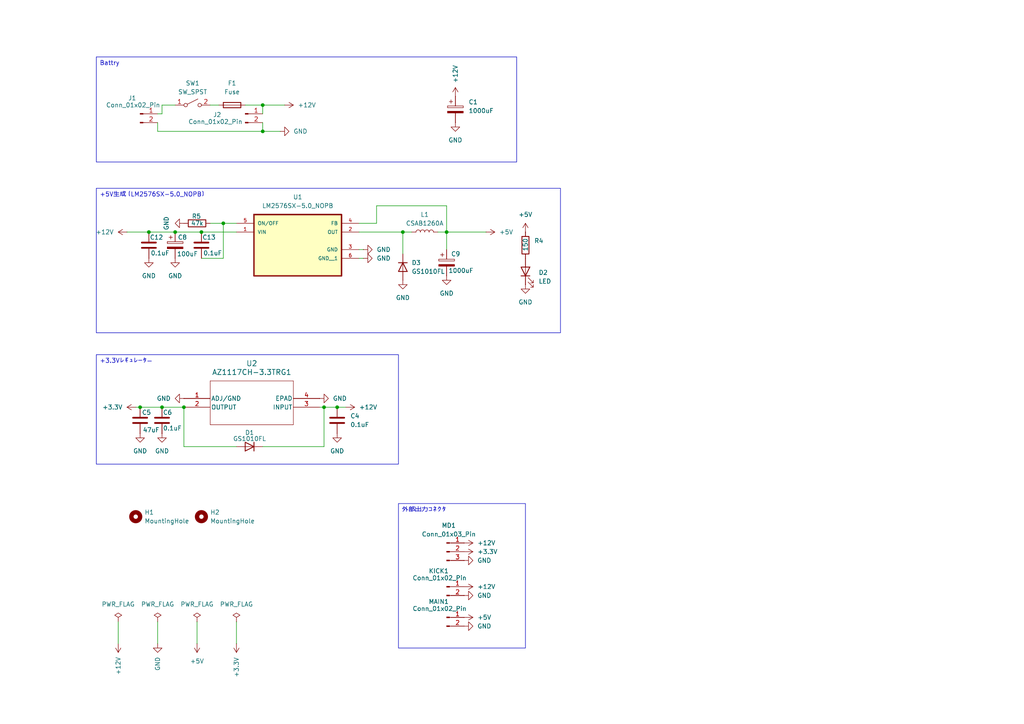
<source format=kicad_sch>
(kicad_sch (version 20250114) (generator "eeschema") (generator_version "9.0")
  (paper "A4")
  (lib_symbols
    (symbol "Connector:Conn_01x02_Pin" (pin_names (offset 1.016) (hide yes))
      (property "Reference" "J" (at 0 2.54 0))
      (property "Value" "Conn_01x02_Pin" (at 0 -5.08 0))
      (symbol "Conn_01x02_Pin_1_1"
        (rectangle (start 0.8636 0.127) (end 0 -0.127) (stroke (width 0.1524)) (fill (type outline)))
        (rectangle (start 0.8636 -2.413) (end 0 -2.667) (stroke (width 0.1524)) (fill (type outline)))
        (polyline (pts (xy 1.27 0) (xy 0.8636 0)) (stroke (width 0.1524)))
        (polyline (pts (xy 1.27 -2.54) (xy 0.8636 -2.54)) (stroke (width 0.1524)))
        (pin passive line (at 5.08 0 180) (length 3.81) (name "Pin_1") (number "1"))
        (pin passive line (at 5.08 -2.54 180) (length 3.81) (name "Pin_2") (number "2"))
      )
    )
    (symbol "Connector:Conn_01x03_Pin" (pin_names (offset 1.016) (hide yes))
      (property "Reference" "J" (at 0 5.08 0))
      (property "Value" "Conn_01x03_Pin" (at 0 -5.08 0))
      (symbol "Conn_01x03_Pin_1_1"
        (rectangle (start 0.8636 2.667) (end 0 2.413) (stroke (width 0.1524)) (fill (type outline)))
        (rectangle (start 0.8636 0.127) (end 0 -0.127) (stroke (width 0.1524)) (fill (type outline)))
        (rectangle (start 0.8636 -2.413) (end 0 -2.667) (stroke (width 0.1524)) (fill (type outline)))
        (polyline (pts (xy 1.27 2.54) (xy 0.8636 2.54)) (stroke (width 0.1524)))
        (polyline (pts (xy 1.27 0) (xy 0.8636 0)) (stroke (width 0.1524)))
        (polyline (pts (xy 1.27 -2.54) (xy 0.8636 -2.54)) (stroke (width 0.1524)))
        (pin passive line (at 5.08 2.54 180) (length 3.81) (name "Pin_1") (number "1"))
        (pin passive line (at 5.08 0 180) (length 3.81) (name "Pin_2") (number "2"))
        (pin passive line (at 5.08 -2.54 180) (length 3.81) (name "Pin_3") (number "3"))
      )
    )
    (symbol "Device:C" (pin_numbers (hide yes)) (pin_names (offset 0.254))
      (property "Reference" "C" (at 0.635 2.54 0))
      (property "Value" "C" (at 0.635 -2.54 0))
      (symbol "C_0_1"
        (polyline (pts (xy -2.032 0.762) (xy 2.032 0.762)) (stroke (width 0.508)))
        (polyline (pts (xy -2.032 -0.762) (xy 2.032 -0.762)) (stroke (width 0.508)))
      )
      (symbol "C_1_1"
        (pin passive line (at 0 3.81 270) (length 2.794) (name "~") (number "1"))
        (pin passive line (at 0 -3.81 90) (length 2.794) (name "~") (number "2"))
      )
    )
    (symbol "Device:C_Polarized" (pin_numbers (hide yes)) (pin_names (offset 0.254))
      (property "Reference" "C" (at 0.635 2.54 0))
      (property "Value" "C_Polarized" (at 0.635 -2.54 0))
      (symbol "C_Polarized_0_1"
        (rectangle (start -2.286 0.508) (end 2.286 1.016))
        (polyline (pts (xy -1.778 2.286) (xy -0.762 2.286)))
        (polyline (pts (xy -1.27 2.794) (xy -1.27 1.778)))
        (rectangle (start 2.286 -0.508) (end -2.286 -1.016) (fill (type outline)))
      )
      (symbol "C_Polarized_1_1"
        (pin passive line (at 0 3.81 270) (length 2.794) (name "~") (number "1"))
        (pin passive line (at 0 -3.81 90) (length 2.794) (name "~") (number "2"))
      )
    )
    (symbol "Device:D" (pin_numbers (hide yes)) (pin_names (offset 1.016) (hide yes))
      (property "Reference" "D" (at 0 2.54 0))
      (property "Value" "D" (at 0 -2.54 0))
      (symbol "D_0_1"
        (polyline (pts (xy -1.27 1.27) (xy -1.27 -1.27)) (stroke (width 0.254)))
        (polyline (pts (xy 1.27 1.27) (xy 1.27 -1.27) (xy -1.27 0) (xy 1.27 1.27)) (stroke (width 0.254)))
        (polyline (pts (xy 1.27 0) (xy -1.27 0)))
      )
      (symbol "D_1_1"
        (pin passive line (at -3.81 0 0) (length 2.54) (name "K") (number "1"))
        (pin passive line (at 3.81 0 180) (length 2.54) (name "A") (number "2"))
      )
    )
    (symbol "Device:Fuse" (pin_numbers (hide yes)) (pin_names (offset 0))
      (property "Reference" "F" (at 2.032 0 90))
      (property "Value" "Fuse" (at -1.905 0 90))
      (symbol "Fuse_0_1"
        (rectangle (start -0.762 -2.54) (end 0.762 2.54) (stroke (width 0.254)))
        (polyline (pts (xy 0 2.54) (xy 0 -2.54)))
      )
      (symbol "Fuse_1_1"
        (pin passive line (at 0 3.81 270) (length 1.27) (name "~") (number "1"))
        (pin passive line (at 0 -3.81 90) (length 1.27) (name "~") (number "2"))
      )
    )
    (symbol "Device:L" (pin_numbers (hide yes)) (pin_names (offset 1.016) (hide yes))
      (property "Reference" "L" (at -1.27 0 90))
      (property "Value" "L" (at 1.905 0 90))
      (symbol "L_0_1"
        (arc (start 0 2.54) (mid 0.6323 1.905) (end 0 1.27))
        (arc (start 0 1.27) (mid 0.6323 0.635) (end 0 0))
        (arc (start 0 0) (mid 0.6323 -0.635) (end 0 -1.27))
        (arc (start 0 -1.27) (mid 0.6323 -1.905) (end 0 -2.54))
      )
      (symbol "L_1_1"
        (pin passive line (at 0 3.81 270) (length 1.27) (name "1") (number "1"))
        (pin passive line (at 0 -3.81 90) (length 1.27) (name "2") (number "2"))
      )
    )
    (symbol "Device:LED" (pin_numbers (hide yes)) (pin_names (offset 1.016) (hide yes))
      (property "Reference" "D" (at 0 2.54 0))
      (property "Value" "LED" (at 0 -2.54 0))
      (symbol "LED_0_1"
        (polyline (pts (xy -3.048 -0.762) (xy -4.572 -2.286) (xy -3.81 -2.286) (xy -4.572 -2.286) (xy -4.572 -1.524)))
        (polyline (pts (xy -1.778 -0.762) (xy -3.302 -2.286) (xy -2.54 -2.286) (xy -3.302 -2.286) (xy -3.302 -1.524)))
        (polyline (pts (xy -1.27 0) (xy 1.27 0)))
        (polyline (pts (xy -1.27 -1.27) (xy -1.27 1.27)) (stroke (width 0.254)))
        (polyline (pts (xy 1.27 -1.27) (xy 1.27 1.27) (xy -1.27 0) (xy 1.27 -1.27)) (stroke (width 0.254)))
      )
      (symbol "LED_1_1"
        (pin passive line (at -3.81 0 0) (length 2.54) (name "K") (number "1"))
        (pin passive line (at 3.81 0 180) (length 2.54) (name "A") (number "2"))
      )
    )
    (symbol "Device:R" (pin_numbers (hide yes)) (pin_names (offset 0))
      (property "Reference" "R" (at 2.032 0 90))
      (property "Value" "R" (at 0 0 90))
      (symbol "R_0_1"
        (rectangle (start -1.016 -2.54) (end 1.016 2.54) (stroke (width 0.254)))
      )
      (symbol "R_1_1"
        (pin passive line (at 0 3.81 270) (length 1.27) (name "~") (number "1"))
        (pin passive line (at 0 -3.81 90) (length 1.27) (name "~") (number "2"))
      )
    )
    (symbol "Mechanical:MountingHole" (pin_names (offset 1.016)) (exclude_from_sim yes) (in_bom no)
      (property "Reference" "H" (at 0 5.08 0))
      (property "Value" "MountingHole" (at 0 3.175 0))
      (symbol "MountingHole_0_1"
        (circle (center 0 0) (radius 1.27) (stroke (width 1.27)))
      )
    )
    (symbol "Regulator:AZ1117CH-3.3TRG1" (pin_names (offset 0.254))
      (property "Reference" "U" (at 19.812 9.398 0))
      (property "Value" "AZ1117CH-3.3TRG1" (at 19.812 6.858 0))
      (symbol "AZ1117CH-3.3TRG1_0_1"
        (polyline (pts (xy 7.62 5.08) (xy 7.62 -7.62)) (stroke (width 0.127)))
        (polyline (pts (xy 7.62 -7.62) (xy 31.75 -7.62)) (stroke (width 0.127)))
        (polyline (pts (xy 31.75 5.08) (xy 7.62 5.08)) (stroke (width 0.127)))
        (polyline (pts (xy 31.75 -7.62) (xy 31.75 5.08)) (stroke (width 0.127)))
        (pin bidirectional line (at 0 0 0) (length 7.62) (name "ADJ/GND") (number "1"))
        (pin output line (at 0 -2.54 0) (length 7.62) (name "OUTPUT") (number "2"))
        (pin unspecified line (at 39.37 0 180) (length 7.62) (name "EPAD") (number "4"))
        (pin input line (at 39.37 -2.54 180) (length 7.62) (name "INPUT") (number "3"))
      )
    )
    (symbol "Regulator:LM2576SX-5.0_NOPB" (pin_names (offset 1.016))
      (property "Reference" "U" (at -12.7 8.62 0))
      (property "Value" "LM2576SX-5.0_NOPB" (at -12.7 -14.16 0))
      (symbol "LM2576SX-5.0_NOPB_0_0"
        (rectangle (start -12.7 -10.16) (end 12.7 7.62) (stroke (width 0.41)) (fill (type background)))
        (pin input line (at -17.78 5.08 0) (length 5.08) (name "ON/OFF") (number "5"))
        (pin input line (at -17.78 2.54 0) (length 5.08) (name "VIN") (number "1"))
        (pin output line (at 17.78 5.08 180) (length 5.08) (name "FB") (number "4"))
        (pin output line (at 17.78 2.54 180) (length 5.08) (name "OUT") (number "2"))
        (pin power_in line (at 17.78 -2.54 180) (length 5.08) (name "GND") (number "3"))
        (pin power_in line (at 17.78 -5.08 180) (length 5.08) (name "GND__1") (number "6"))
      )
    )
    (symbol "Switch:SW_SPST" (pin_names (offset 0) (hide yes))
      (property "Reference" "SW" (at 0 3.175 0))
      (property "Value" "SW_SPST" (at 0 -2.54 0))
      (symbol "SW_SPST_0_0"
        (circle (center -2.032 0) (radius 0.508))
        (polyline (pts (xy -1.524 0.254) (xy 1.524 1.778)))
        (circle (center 2.032 0) (radius 0.508))
      )
      (symbol "SW_SPST_1_1"
        (pin passive line (at -5.08 0 0) (length 2.54) (name "A") (number "1"))
        (pin passive line (at 5.08 0 180) (length 2.54) (name "B") (number "2"))
      )
    )
    (symbol "power:+12V" (power) (pin_numbers (hide yes)) (pin_names (offset 0) (hide yes))
      (property "Value" "+12V" (at 0 3.556 0))
      (symbol "+12V_0_1"
        (polyline (pts (xy -0.762 1.27) (xy 0 2.54)))
        (polyline (pts (xy 0 2.54) (xy 0.762 1.27)))
        (polyline (pts (xy 0 0) (xy 0 2.54)))
      )
      (symbol "+12V_1_1"
        (pin power_in line (at 0 0 90) (length 0) (name "~") (number "1"))
      )
    )
    (symbol "power:+3.3V" (power) (pin_numbers (hide yes)) (pin_names (offset 0) (hide yes))
      (property "Value" "+3.3V" (at 0 3.556 0))
      (symbol "+3.3V_0_1"
        (polyline (pts (xy -0.762 1.27) (xy 0 2.54)))
        (polyline (pts (xy 0 2.54) (xy 0.762 1.27)))
        (polyline (pts (xy 0 0) (xy 0 2.54)))
      )
      (symbol "+3.3V_1_1"
        (pin power_in line (at 0 0 90) (length 0) (name "~") (number "1"))
      )
    )
    (symbol "power:+5V" (power) (pin_numbers (hide yes)) (pin_names (offset 0) (hide yes))
      (property "Value" "+5V" (at 0 3.556 0))
      (symbol "+5V_0_1"
        (polyline (pts (xy -0.762 1.27) (xy 0 2.54)))
        (polyline (pts (xy 0 2.54) (xy 0.762 1.27)))
        (polyline (pts (xy 0 0) (xy 0 2.54)))
      )
      (symbol "+5V_1_1"
        (pin power_in line (at 0 0 90) (length 0) (name "~") (number "1"))
      )
    )
    (symbol "power:GND" (power) (pin_numbers (hide yes)) (pin_names (offset 0) (hide yes))
      (property "Value" "GND" (at 0 -3.81 0))
      (symbol "GND_0_1"
        (polyline (pts (xy 0 0) (xy 0 -1.27) (xy 1.27 -1.27) (xy 0 -2.54) (xy -1.27 -1.27) (xy 0 -1.27)))
      )
      (symbol "GND_1_1"
        (pin power_in line (at 0 0 270) (length 0) (name "~") (number "1"))
      )
    )
    (symbol "power:PWR_FLAG" (power) (pin_numbers (hide yes)) (pin_names (offset 0) (hide yes))
      (property "Value" "PWR_FLAG" (at 0 3.81 0))
      (symbol "PWR_FLAG_0_0"
        (pin power_out line (at 0 0 90) (length 0) (name "~") (number "1"))
      )
      (symbol "PWR_FLAG_0_1"
        (polyline (pts (xy 0 0) (xy 0 1.27) (xy -1.016 1.905) (xy 0 2.54) (xy 1.016 1.905) (xy 0 1.27)))
      )
    )
  )
  (text_box "外部出力コネクタ" (at 115.57 146.05 0) (size 36.83 41.91) (margins 0.9525 0.9525 0.9525 0.9525) (effects (font (size 1.27 1.27)) (justify left top)))
  (text_box "+5V生成（LM2576SX-5.0_NOPB）" (at 27.94 54.61 0) (size 134.62 41.91) (margins 0.9525 0.9525 0.9525 0.9525) (effects (font (size 1.27 1.27)) (justify left top)))
  (text_box "Battry" (at 27.94 16.51 0) (size 121.92 30.48) (margins 0.9525 0.9525 0.9525 0.9525) (effects (font (size 1.27 1.27)) (justify left top)))
  (text_box "+3.3Vレギュレータ―" (at 27.94 102.87 0) (size 87.63 31.75) (margins 0.9525 0.9525 0.9525 0.9525) (effects (font (size 1.27 1.27)) (justify left top)))
  (junction (at 53.34 118.11))
  (junction (at 43.18 67.31))
  (junction (at 50.8 67.31))
  (junction (at 97.79 118.11))
  (junction (at 93.98 118.11))
  (junction (at 76.2 38.1))
  (junction (at 40.64 118.11))
  (junction (at 46.99 118.11))
  (junction (at 116.84 67.31))
  (junction (at 58.42 67.31))
  (junction (at 76.2 30.48))
  (junction (at 64.77 64.77))
  (junction (at 129.54 67.31))
  (wire (pts (xy 76.2 30.48) (xy 76.2 33.02)))
  (wire (pts (xy 93.98 129.54) (xy 93.98 118.11)))
  (wire (pts (xy 46.99 30.48) (xy 50.8 30.48)))
  (wire (pts (xy 60.96 64.77) (xy 64.77 64.77)) (stroke (width 0.1524)))
  (wire (pts (xy 116.84 73.66) (xy 116.84 67.31)) (stroke (width 0.1524)))
  (wire (pts (xy 76.2 38.1) (xy 81.28 38.1)))
  (wire (pts (xy 34.29 180.34) (xy 34.29 186.69)))
  (wire (pts (xy 45.72 38.1) (xy 76.2 38.1)))
  (wire (pts (xy 53.34 129.54) (xy 68.58 129.54)))
  (wire (pts (xy 129.54 67.31) (xy 140.97 67.31)) (stroke (width 0.1524)))
  (wire (pts (xy 53.34 118.11) (xy 53.34 129.54)))
  (wire (pts (xy 45.72 35.56) (xy 45.72 38.1)))
  (wire (pts (xy 58.42 74.93) (xy 64.77 74.93)))
  (wire (pts (xy 127 67.31) (xy 129.54 67.31)) (stroke (width 0.1524)))
  (wire (pts (xy 64.77 64.77) (xy 64.77 74.93)))
  (wire (pts (xy 64.77 64.77) (xy 68.58 64.77)) (stroke (width 0.1524)))
  (wire (pts (xy 129.54 67.31) (xy 129.54 72.39)) (stroke (width 0.1524)))
  (wire (pts (xy 92.71 118.11) (xy 93.98 118.11)))
  (wire (pts (xy 71.12 30.48) (xy 76.2 30.48)))
  (wire (pts (xy 39.37 118.11) (xy 40.64 118.11)))
  (wire (pts (xy 109.22 59.69) (xy 129.54 59.69)) (stroke (width 0.1524)))
  (wire (pts (xy 109.22 64.77) (xy 109.22 59.69)) (stroke (width 0.1524)))
  (wire (pts (xy 104.14 74.93) (xy 105.41 74.93)))
  (wire (pts (xy 46.99 33.02) (xy 45.72 33.02)))
  (wire (pts (xy 57.15 180.34) (xy 57.15 186.69)))
  (wire (pts (xy 50.8 67.31) (xy 58.42 67.31)) (stroke (width 0.1524)))
  (wire (pts (xy 60.96 30.48) (xy 63.5 30.48)))
  (wire (pts (xy 104.14 64.77) (xy 109.22 64.77)) (stroke (width 0.1524)))
  (wire (pts (xy 46.99 118.11) (xy 53.34 118.11)))
  (wire (pts (xy 36.83 67.31) (xy 43.18 67.31)) (stroke (width 0.1524)))
  (wire (pts (xy 58.42 67.31) (xy 68.58 67.31)) (stroke (width 0.1524)))
  (wire (pts (xy 104.14 67.31) (xy 116.84 67.31)) (stroke (width 0.1524)))
  (wire (pts (xy 97.79 118.11) (xy 100.33 118.11)))
  (wire (pts (xy 46.99 33.02) (xy 46.99 30.48)))
  (wire (pts (xy 76.2 30.48) (xy 82.55 30.48)))
  (wire (pts (xy 43.18 67.31) (xy 50.8 67.31)) (stroke (width 0.1524)))
  (wire (pts (xy 93.98 118.11) (xy 97.79 118.11)))
  (wire (pts (xy 116.84 67.31) (xy 119.38 67.31)) (stroke (width 0.1524)))
  (wire (pts (xy 68.58 180.34) (xy 68.58 186.69)))
  (wire (pts (xy 129.54 59.69) (xy 129.54 67.31)) (stroke (width 0.1524)))
  (wire (pts (xy 45.72 180.34) (xy 45.72 186.69)))
  (wire (pts (xy 105.41 72.39) (xy 104.14 72.39)) (stroke (width 0.1524)))
  (wire (pts (xy 76.2 129.54) (xy 93.98 129.54)))
  (wire (pts (xy 40.64 118.11) (xy 46.99 118.11)))
  (wire (pts (xy 76.2 35.56) (xy 76.2 38.1)))
  (symbol (lib_id "Connector:Conn_01x02_Pin") (at 40.64 33.02 0) (unit 1)
    (property "Reference" "J1" (at 38.354 28.448 0))
    (property "Value" "Conn_01x02_Pin" (at 38.608 30.48 0))
    (property "Footprint" "Connector_AMASS:AMASS_XT30U-F_1x02_P5.0mm_Vertical" (effects (hide yes)))
    (property "Description" "Generic connector, single row, 01x02, script generated" (effects (hide yes)))
  )
  (symbol (lib_id "Device:LED") (at 152.4 78.74 90) (unit 1)
    (property "Reference" "D2" (at 156.21 79.0574 90) (effects (justify right)))
    (property "Value" "LED" (at 156.21 81.5974 90) (effects (justify right)))
    (property "Footprint" "LED_SMD:LED_0603_1608Metric" (effects (hide yes)))
    (property "Description" "Light emitting diode" (effects (hide yes)))
    (property "Sim.Pins" "1=K 2=A" (effects (hide yes)))
  )
  (symbol (lib_id "Connector:Conn_01x03_Pin") (at 129.54 160.02 0) (unit 1)
    (property "Reference" "MD1" (at 130.175 152.4 0))
    (property "Value" "Conn_01x03_Pin" (at 130.175 154.94 0))
    (property "Footprint" "Connector_JST:JST_XH_S3B-XH-A_1x03_P2.50mm_Horizontal" (effects (hide yes)))
    (property "Description" "Generic connector, single row, 01x03, script generated" (effects (hide yes)))
  )
  (symbol (lib_id "Mechanical:MountingHole") (at 58.42 149.86 0) (unit 1) (exclude_from_sim yes) (in_bom no)
    (property "Reference" "H2" (at 60.96 148.5899 0) (effects (justify left)))
    (property "Value" "MountingHole" (at 60.96 151.1299 0) (effects (justify left)))
    (property "Footprint" "MountingHole:MountingHole_3.2mm_M3" (effects (hide yes)))
    (property "Description" "Mounting Hole without connection" (effects (hide yes)))
  )
  (symbol (lib_id "power:GND") (at 43.18 74.93 0) (unit 1)
    (property "Reference" "#PWR039" (effects (hide yes)))
    (property "Value" "GND" (at 43.18 80.01 0))
    (property "Description" "Power symbol creates a global label with name \"GND\" , ground" (effects (hide yes)))
  )
  (symbol (lib_id "power:GND") (at 53.34 64.77 270) (unit 1)
    (property "Reference" "#PWR042" (effects (hide yes)))
    (property "Value" "GND" (at 48.26 64.77 0))
    (property "Description" "Power symbol creates a global label with name \"GND\" , ground" (effects (hide yes)))
  )
  (symbol (lib_id "power:+5V") (at 140.97 67.31 270) (unit 1)
    (property "Reference" "#PWR040" (effects (hide yes)))
    (property "Value" "+5V" (at 144.78 67.3099 90) (effects (justify left)))
    (property "Description" "Power symbol creates a global label with name \"+5V\"" (effects (hide yes)))
  )
  (symbol (lib_id "power:+5V") (at 152.4 67.31 0) (unit 1)
    (property "Reference" "#PWR034" (effects (hide yes)))
    (property "Value" "+5V" (at 152.4 62.23 0))
    (property "Description" "Power symbol creates a global label with name \"+5V\"" (effects (hide yes)))
  )
  (symbol (lib_id "Device:C_Polarized") (at 129.54 76.2 0) (unit 1)
    (property "Reference" "C9" (at 130.81 73.66 0) (effects (justify left)))
    (property "Value" "1000uF" (at 130.048 78.486 0) (effects (justify left)))
    (property "Footprint" "Capacitor DOWNROAD:CAP_J-V_10X10P5_RUB" (effects (hide yes)))
    (property "Description" "Polarized capacitor" (effects (hide yes)))
  )
  (symbol (lib_id "power:+12V") (at 34.29 186.69 180) (unit 1)
    (property "Reference" "#PWR03" (effects (hide yes)))
    (property "Value" "+12V" (at 34.2901 190.5 90) (effects (justify left)))
    (property "Description" "Power symbol creates a global label with name \"+12V\"" (effects (hide yes)))
  )
  (symbol (lib_id "power:+3.3V") (at 68.58 186.69 180) (unit 1)
    (property "Reference" "#PWR031" (effects (hide yes)))
    (property "Value" "+3.3V" (at 68.58 193.548 90))
    (property "Description" "Power symbol creates a global label with name \"+3.3V\"" (effects (hide yes)))
  )
  (symbol (lib_id "power:PWR_FLAG") (at 68.58 180.34 0) (unit 1)
    (property "Reference" "#FLG04" (effects (hide yes)))
    (property "Value" "PWR_FLAG" (at 68.58 175.26 0))
    (property "Description" "Special symbol for telling ERC where power comes from" (effects (hide yes)))
  )
  (symbol (lib_id "power:+12V") (at 36.83 67.31 90) (unit 1)
    (property "Reference" "#PWR019" (effects (hide yes)))
    (property "Value" "+12V" (at 33.02 67.3099 90) (effects (justify left)))
    (property "Description" "Power symbol creates a global label with name \"+12V\"" (effects (hide yes)))
  )
  (symbol (lib_id "power:+12V") (at 132.08 27.94 0) (unit 1)
    (property "Reference" "#PWR05" (effects (hide yes)))
    (property "Value" "+12V" (at 132.0799 24.13 90) (effects (justify left)))
    (property "Description" "Power symbol creates a global label with name \"+12V\"" (effects (hide yes)))
  )
  (symbol (lib_id "power:GND") (at 132.08 35.56 0) (unit 1)
    (property "Reference" "#PWR06" (effects (hide yes)))
    (property "Value" "GND" (at 132.08 40.64 0))
    (property "Description" "Power symbol creates a global label with name \"GND\" , ground" (effects (hide yes)))
  )
  (symbol (lib_id "power:GND") (at 116.84 81.28 0) (unit 1)
    (property "Reference" "#PWR046" (effects (hide yes)))
    (property "Value" "GND" (at 116.84 86.36 0))
    (property "Description" "Power symbol creates a global label with name \"GND\" , ground" (effects (hide yes)))
  )
  (symbol (lib_id "Device:C") (at 43.18 71.12 0) (unit 1)
    (property "Reference" "C12" (at 43.434 68.834 0) (effects (justify left)))
    (property "Value" "0.1uF" (at 43.688 73.406 0) (effects (justify left)))
    (property "Footprint" "Capacitor_SMD:C_0603_1608Metric" (effects (hide yes)))
    (property "Description" "Unpolarized capacitor" (effects (hide yes)))
  )
  (symbol (lib_id "Connector:Conn_01x02_Pin") (at 129.54 179.07 0) (unit 1)
    (property "Reference" "MAIN1" (at 127.254 174.498 0))
    (property "Value" "Conn_01x02_Pin" (at 127.508 176.53 0))
    (property "Footprint" "Connector_JST:JST_XH_S2B-XH-A_1x02_P2.50mm_Horizontal" (effects (hide yes)))
    (property "Description" "Generic connector, single row, 01x02, script generated" (effects (hide yes)))
  )
  (symbol (lib_id "Device:R") (at 152.4 71.12 0) (unit 1)
    (property "Reference" "R4" (at 154.94 69.8499 0) (effects (justify left)))
    (property "Value" "150" (at 152.4 72.898 90) (effects (justify left)))
    (property "Footprint" "Resistor_SMD:R_0603_1608Metric" (effects (hide yes)))
    (property "Description" "Resistor" (effects (hide yes)))
  )
  (symbol (lib_id "power:+5V") (at 134.62 179.07 270) (unit 1)
    (property "Reference" "#PWR024" (effects (hide yes)))
    (property "Value" "+5V" (at 138.43 179.0699 90) (effects (justify left)))
    (property "Description" "Power symbol creates a global label with name \"+5V\"" (effects (hide yes)))
  )
  (symbol (lib_id "Device:C") (at 97.79 121.92 0) (unit 1)
    (property "Reference" "C4" (at 101.6 120.6499 0) (effects (justify left)))
    (property "Value" "0.1uF" (at 101.6 123.1899 0) (effects (justify left)))
    (property "Footprint" "Capacitor_SMD:C_0603_1608Metric" (effects (hide yes)))
    (property "Description" "Unpolarized capacitor" (effects (hide yes)))
  )
  (symbol (lib_id "power:+3.3V") (at 39.37 118.11 90) (unit 1)
    (property "Reference" "#PWR030" (effects (hide yes)))
    (property "Value" "+3.3V" (at 35.56 118.1099 90) (effects (justify left)))
    (property "Description" "Power symbol creates a global label with name \"+3.3V\"" (effects (hide yes)))
  )
  (symbol (lib_id "power:GND") (at 134.62 172.72 90) (unit 1)
    (property "Reference" "#PWR023" (effects (hide yes)))
    (property "Value" "GND" (at 138.43 172.7199 90) (effects (justify right)))
    (property "Description" "Power symbol creates a global label with name \"GND\" , ground" (effects (hide yes)))
  )
  (symbol (lib_id "Mechanical:MountingHole") (at 39.37 149.86 0) (unit 1) (exclude_from_sim yes) (in_bom no)
    (property "Reference" "H1" (at 41.91 148.5899 0) (effects (justify left)))
    (property "Value" "MountingHole" (at 41.91 151.1299 0) (effects (justify left)))
    (property "Footprint" "MountingHole:MountingHole_3.2mm_M3" (effects (hide yes)))
    (property "Description" "Mounting Hole without connection" (effects (hide yes)))
  )
  (symbol (lib_id "power:GND") (at 45.72 186.69 0) (unit 1)
    (property "Reference" "#PWR04" (effects (hide yes)))
    (property "Value" "GND" (at 45.7201 190.5 90) (effects (justify right)))
    (property "Description" "Power symbol creates a global label with name \"GND\" , ground" (effects (hide yes)))
  )
  (symbol (lib_id "power:GND") (at 97.79 125.73 0) (unit 1)
    (property "Reference" "#PWR029" (effects (hide yes)))
    (property "Value" "GND" (at 97.79 130.81 0))
    (property "Description" "Power symbol creates a global label with name \"GND\" , ground" (effects (hide yes)))
  )
  (symbol (lib_id "power:GND") (at 81.28 38.1 90) (unit 1)
    (property "Reference" "#PWR02" (effects (hide yes)))
    (property "Value" "GND" (at 85.09 38.0999 90) (effects (justify right)))
    (property "Description" "Power symbol creates a global label with name \"GND\" , ground" (effects (hide yes)))
  )
  (symbol (lib_id "Device:C_Polarized") (at 50.8 71.12 0) (unit 1)
    (property "Reference" "C8" (at 51.562 68.834 0) (effects (justify left)))
    (property "Value" "100uF" (at 51.308 73.66 0) (effects (justify left)))
    (property "Footprint" "Capacitor_THT:CP_Radial_D6.3mm_P2.50mm" (effects (hide yes)))
    (property "Description" "Polarized capacitor" (effects (hide yes)))
  )
  (symbol (lib_id "power:+12V") (at 134.62 157.48 270) (unit 1)
    (property "Reference" "#PWR021" (effects (hide yes)))
    (property "Value" "+12V" (at 138.43 157.4799 90) (effects (justify left)))
    (property "Description" "Power symbol creates a global label with name \"+12V\"" (effects (hide yes)))
  )
  (symbol (lib_id "Device:C_Polarized") (at 132.08 31.75 0) (unit 1)
    (property "Reference" "C1" (at 135.89 29.5909 0) (effects (justify left)))
    (property "Value" "1000uF" (at 135.89 32.1309 0) (effects (justify left)))
    (property "Footprint" "Capacitor DOWNROAD:CAP_J-V_10X10P5_RUB" (effects (hide yes)))
    (property "Description" "Polarized capacitor" (effects (hide yes)))
  )
  (symbol (lib_id "Connector:Conn_01x02_Pin") (at 129.54 170.18 0) (unit 1)
    (property "Reference" "KICK1" (at 127.254 165.608 0))
    (property "Value" "Conn_01x02_Pin" (at 127.508 167.64 0))
    (property "Footprint" "Connector_JST:JST_XH_S2B-XH-A_1x02_P2.50mm_Horizontal" (effects (hide yes)))
    (property "Description" "Generic connector, single row, 01x02, script generated" (effects (hide yes)))
  )
  (symbol (lib_id "Regulator:AZ1117CH-3.3TRG1") (at 53.34 115.57 0) (unit 1)
    (property "Reference" "U2" (at 73.025 105.41 0) (effects (font (size 1.524 1.524))))
    (property "Value" "AZ1117CH-3.3TRG1" (at 73.025 107.95 0) (effects (font (size 1.524 1.524))))
    (property "Footprint" "Package_TO_SOT_SMD:SOT-223" (effects (hide yes)))
    (property "Datasheet" "AZ1117CH-3.3TRG1" (effects (hide yes)))
  )
  (symbol (lib_id "power:+12V") (at 100.33 118.11 270) (unit 1)
    (property "Reference" "#PWR028" (effects (hide yes)))
    (property "Value" "+12V" (at 104.14 118.1099 90) (effects (justify left)))
    (property "Description" "Power symbol creates a global label with name \"+12V\"" (effects (hide yes)))
  )
  (symbol (lib_id "Device:L") (at 123.19 67.31 90) (unit 1)
    (property "Reference" "L1" (at 123.19 62.23 90))
    (property "Value" "CSAB1260A" (at 123.19 64.77 90))
    (property "Footprint" "Inductor_SMD:L_Changjiang_FXL1360" (effects (hide yes)))
    (property "Description" "Inductor" (effects (hide yes)))
  )
  (symbol (lib_id "Device:C") (at 40.64 121.92 0) (unit 1)
    (property "Reference" "C5" (at 41.148 119.634 0) (effects (justify left)))
    (property "Value" "47uF" (at 41.402 124.714 0) (effects (justify left)))
    (property "Footprint" "Capacitor_SMD:C_0805_2012Metric" (effects (hide yes)))
    (property "Description" "Unpolarized capacitor" (effects (hide yes)))
  )
  (symbol (lib_id "power:PWR_FLAG") (at 57.15 180.34 0) (unit 1)
    (property "Reference" "#FLG03" (effects (hide yes)))
    (property "Value" "PWR_FLAG" (at 57.15 175.26 0))
    (property "Description" "Special symbol for telling ERC where power comes from" (effects (hide yes)))
  )
  (symbol (lib_id "power:PWR_FLAG") (at 34.29 180.34 0) (unit 1)
    (property "Reference" "#FLG01" (effects (hide yes)))
    (property "Value" "PWR_FLAG" (at 34.29 175.26 0))
    (property "Description" "Special symbol for telling ERC where power comes from" (effects (hide yes)))
  )
  (symbol (lib_id "power:PWR_FLAG") (at 45.72 180.34 0) (unit 1)
    (property "Reference" "#FLG02" (effects (hide yes)))
    (property "Value" "PWR_FLAG" (at 45.72 175.26 0))
    (property "Description" "Special symbol for telling ERC where power comes from" (effects (hide yes)))
  )
  (symbol (lib_id "power:+5V") (at 57.15 186.69 180) (unit 1)
    (property "Reference" "#PWR016" (effects (hide yes)))
    (property "Value" "+5V" (at 57.15 191.77 0))
    (property "Description" "Power symbol creates a global label with name \"+5V\"" (effects (hide yes)))
  )
  (symbol (lib_id "Regulator:LM2576SX-5.0_NOPB") (at 86.36 69.85 0) (unit 1)
    (property "Reference" "U1" (at 86.36 57.15 0))
    (property "Value" "LM2576SX-5.0_NOPB" (at 86.36 59.69 0))
    (property "Footprint" "Regulator:LM2576SX-5.0_NOPB" (effects (hide yes)))
  )
  (symbol (lib_id "Device:R") (at 57.15 64.77 270) (unit 1)
    (property "Reference" "R5" (at 55.626 62.738 90) (effects (justify left)))
    (property "Value" "47k" (at 55.372 64.77 90) (effects (justify left)))
    (property "Footprint" "Resistor_SMD:R_0603_1608Metric" (effects (hide yes)))
    (property "Description" "Resistor" (effects (hide yes)))
  )
  (symbol (lib_id "power:GND") (at 152.4 82.55 0) (unit 1)
    (property "Reference" "#PWR035" (effects (hide yes)))
    (property "Value" "GND" (at 152.4 87.63 0))
    (property "Description" "Power symbol creates a global label with name \"GND\" , ground" (effects (hide yes)))
  )
  (symbol (lib_id "Device:D") (at 116.84 77.47 270) (unit 1)
    (property "Reference" "D3" (at 119.38 76.1999 90) (effects (justify left)))
    (property "Value" "GS1010FL" (at 119.38 78.7399 90) (effects (justify left)))
    (property "Footprint" "Diode_SMD:Nexperia_CFP3_SOD-123W" (effects (hide yes)))
    (property "Description" "Diode" (effects (hide yes)))
    (property "Sim.Device" "D" (effects (hide yes)))
    (property "Sim.Pins" "1=K 2=A" (effects (hide yes)))
  )
  (symbol (lib_id "power:GND") (at 53.34 115.57 270) (unit 1)
    (property "Reference" "#PWR026" (effects (hide yes)))
    (property "Value" "GND" (at 49.53 115.5699 90) (effects (justify right)))
    (property "Description" "Power symbol creates a global label with name \"GND\" , ground" (effects (hide yes)))
  )
  (symbol (lib_id "power:GND") (at 50.8 74.93 0) (unit 1)
    (property "Reference" "#PWR041" (effects (hide yes)))
    (property "Value" "GND" (at 50.8 80.01 0))
    (property "Description" "Power symbol creates a global label with name \"GND\" , ground" (effects (hide yes)))
  )
  (symbol (lib_id "power:+12V") (at 82.55 30.48 270) (unit 1)
    (property "Reference" "#PWR01" (effects (hide yes)))
    (property "Value" "+12V" (at 86.36 30.4799 90) (effects (justify left)))
    (property "Description" "Power symbol creates a global label with name \"+12V\"" (effects (hide yes)))
  )
  (symbol (lib_id "power:GND") (at 46.99 125.73 0) (unit 1)
    (property "Reference" "#PWR033" (effects (hide yes)))
    (property "Value" "GND" (at 46.99 130.81 0))
    (property "Description" "Power symbol creates a global label with name \"GND\" , ground" (effects (hide yes)))
  )
  (symbol (lib_id "Connector:Conn_01x02_Pin") (at 71.12 33.02 0) (unit 1)
    (property "Reference" "J2" (at 62.992 33.274 0))
    (property "Value" "Conn_01x02_Pin" (at 62.484 35.306 0))
    (property "Footprint" "Connector_PinSocket_2.54mm:PinSocket_1x02_P2.54mm_Vertical" (effects (hide yes)))
    (property "Description" "Generic connector, single row, 01x02, script generated" (effects (hide yes)))
  )
  (symbol (lib_id "power:+12V") (at 134.62 170.18 270) (unit 1)
    (property "Reference" "#PWR022" (effects (hide yes)))
    (property "Value" "+12V" (at 138.43 170.1799 90) (effects (justify left)))
    (property "Description" "Power symbol creates a global label with name \"+12V\"" (effects (hide yes)))
  )
  (symbol (lib_id "power:GND") (at 40.64 125.73 0) (unit 1)
    (property "Reference" "#PWR032" (effects (hide yes)))
    (property "Value" "GND" (at 40.64 130.81 0))
    (property "Description" "Power symbol creates a global label with name \"GND\" , ground" (effects (hide yes)))
  )
  (symbol (lib_id "power:GND") (at 105.41 72.39 90) (unit 1)
    (property "Reference" "#PWR044" (effects (hide yes)))
    (property "Value" "GND" (at 109.22 72.3899 90) (effects (justify right)))
    (property "Description" "Power symbol creates a global label with name \"GND\" , ground" (effects (hide yes)))
  )
  (symbol (lib_id "Device:C") (at 58.42 71.12 0) (unit 1)
    (property "Reference" "C13" (at 58.674 68.834 0) (effects (justify left)))
    (property "Value" "0.1uF" (at 58.928 73.406 0) (effects (justify left)))
    (property "Footprint" "Capacitor_SMD:C_0603_1608Metric" (effects (hide yes)))
    (property "Description" "Unpolarized capacitor" (effects (hide yes)))
  )
  (symbol (lib_id "Device:C") (at 46.99 121.92 0) (unit 1)
    (property "Reference" "C6" (at 47.244 119.634 0) (effects (justify left)))
    (property "Value" "0.1uF" (at 47.244 124.206 0) (effects (justify left)))
    (property "Footprint" "Capacitor_SMD:C_0603_1608Metric" (effects (hide yes)))
    (property "Description" "Unpolarized capacitor" (effects (hide yes)))
  )
  (symbol (lib_id "Device:Fuse") (at 67.31 30.48 90) (unit 1)
    (property "Reference" "F1" (at 67.31 24.13 90))
    (property "Value" "Fuse" (at 67.31 26.67 90))
    (property "Footprint" "Fuse:Fuseholder_Clip-5x20mm_Keystone_3517_Inline_P23.11x6.76mm_D1.70mm_Horizontal" (effects (hide yes)))
    (property "Description" "Fuse" (effects (hide yes)))
  )
  (symbol (lib_id "power:GND") (at 105.41 74.93 90) (unit 1)
    (property "Reference" "#PWR043" (effects (hide yes)))
    (property "Value" "GND" (at 109.22 74.9299 90) (effects (justify right)))
    (property "Description" "Power symbol creates a global label with name \"GND\" , ground" (effects (hide yes)))
  )
  (symbol (lib_id "power:GND") (at 134.62 181.61 90) (unit 1)
    (property "Reference" "#PWR025" (effects (hide yes)))
    (property "Value" "GND" (at 138.43 181.6099 90) (effects (justify right)))
    (property "Description" "Power symbol creates a global label with name \"GND\" , ground" (effects (hide yes)))
  )
  (symbol (lib_id "Switch:SW_SPST") (at 55.88 30.48 0) (unit 1)
    (property "Reference" "SW1" (at 55.88 24.13 0))
    (property "Value" "SW_SPST" (at 55.88 26.67 0))
    (property "Footprint" "SW:DS-850K-S-ON" (effects (hide yes)))
    (property "Description" "Single Pole Single Throw (SPST) switch" (effects (hide yes)))
  )
  (symbol (lib_id "power:GND") (at 129.54 80.01 0) (unit 1)
    (property "Reference" "#PWR045" (effects (hide yes)))
    (property "Value" "GND" (at 129.54 85.09 0))
    (property "Description" "Power symbol creates a global label with name \"GND\" , ground" (effects (hide yes)))
  )
  (symbol (lib_id "power:+3.3V") (at 134.62 160.02 270) (unit 1)
    (property "Reference" "#PWR038" (effects (hide yes)))
    (property "Value" "+3.3V" (at 138.43 160.0199 90) (effects (justify left)))
    (property "Description" "Power symbol creates a global label with name \"+3.3V\"" (effects (hide yes)))
  )
  (symbol (lib_id "power:GND") (at 134.62 162.56 90) (unit 1)
    (property "Reference" "#PWR020" (effects (hide yes)))
    (property "Value" "GND" (at 138.43 162.5599 90) (effects (justify right)))
    (property "Description" "Power symbol creates a global label with name \"GND\" , ground" (effects (hide yes)))
  )
  (symbol (lib_id "Device:D") (at 72.39 129.54 180) (unit 1)
    (property "Reference" "D1" (at 72.39 125.476 0))
    (property "Value" "GS1010FL" (at 72.39 127.254 0))
    (property "Footprint" "Diode_SMD:Nexperia_CFP3_SOD-123W" (effects (hide yes)))
    (property "Description" "Diode" (effects (hide yes)))
    (property "Sim.Device" "D" (effects (hide yes)))
    (property "Sim.Pins" "1=K 2=A" (effects (hide yes)))
  )
  (symbol (lib_id "power:GND") (at 92.71 115.57 90) (unit 1)
    (property "Reference" "#PWR027" (effects (hide yes)))
    (property "Value" "GND" (at 96.52 115.5699 90) (effects (justify right)))
    (property "Description" "Power symbol creates a global label with name \"GND\" , ground" (effects (hide yes)))
  )
)
</source>
